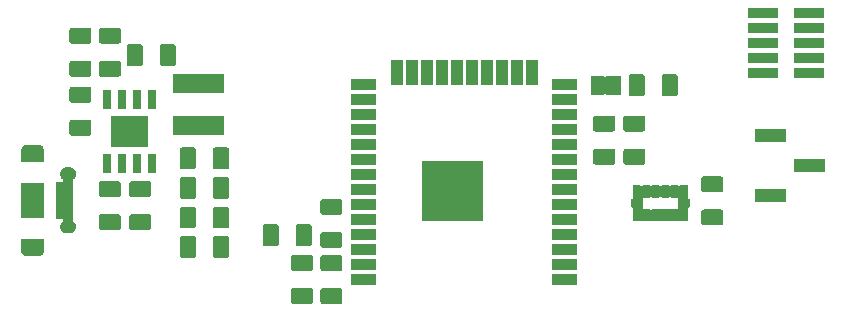
<source format=gbr>
G04 #@! TF.GenerationSoftware,KiCad,Pcbnew,5.1.6*
G04 #@! TF.CreationDate,2020-07-28T12:29:14+02:00*
G04 #@! TF.ProjectId,ESP32_lamp,45535033-325f-46c6-916d-702e6b696361,rev?*
G04 #@! TF.SameCoordinates,Original*
G04 #@! TF.FileFunction,Soldermask,Bot*
G04 #@! TF.FilePolarity,Negative*
%FSLAX46Y46*%
G04 Gerber Fmt 4.6, Leading zero omitted, Abs format (unit mm)*
G04 Created by KiCad (PCBNEW 5.1.6) date 2020-07-28 12:29:14*
%MOMM*%
%LPD*%
G01*
G04 APERTURE LIST*
%ADD10C,0.100000*%
G04 APERTURE END LIST*
D10*
G36*
X147518604Y-137978347D02*
G01*
X147555144Y-137989432D01*
X147588821Y-138007433D01*
X147618341Y-138031659D01*
X147642567Y-138061179D01*
X147660568Y-138094856D01*
X147671653Y-138131396D01*
X147676000Y-138175538D01*
X147676000Y-139124462D01*
X147671653Y-139168604D01*
X147660568Y-139205144D01*
X147642567Y-139238821D01*
X147618341Y-139268341D01*
X147588821Y-139292567D01*
X147555144Y-139310568D01*
X147518604Y-139321653D01*
X147474462Y-139326000D01*
X146025538Y-139326000D01*
X145981396Y-139321653D01*
X145944856Y-139310568D01*
X145911179Y-139292567D01*
X145881659Y-139268341D01*
X145857433Y-139238821D01*
X145839432Y-139205144D01*
X145828347Y-139168604D01*
X145824000Y-139124462D01*
X145824000Y-138175538D01*
X145828347Y-138131396D01*
X145839432Y-138094856D01*
X145857433Y-138061179D01*
X145881659Y-138031659D01*
X145911179Y-138007433D01*
X145944856Y-137989432D01*
X145981396Y-137978347D01*
X146025538Y-137974000D01*
X147474462Y-137974000D01*
X147518604Y-137978347D01*
G37*
G36*
X145018604Y-137978347D02*
G01*
X145055144Y-137989432D01*
X145088821Y-138007433D01*
X145118341Y-138031659D01*
X145142567Y-138061179D01*
X145160568Y-138094856D01*
X145171653Y-138131396D01*
X145176000Y-138175538D01*
X145176000Y-139124462D01*
X145171653Y-139168604D01*
X145160568Y-139205144D01*
X145142567Y-139238821D01*
X145118341Y-139268341D01*
X145088821Y-139292567D01*
X145055144Y-139310568D01*
X145018604Y-139321653D01*
X144974462Y-139326000D01*
X143525538Y-139326000D01*
X143481396Y-139321653D01*
X143444856Y-139310568D01*
X143411179Y-139292567D01*
X143381659Y-139268341D01*
X143357433Y-139238821D01*
X143339432Y-139205144D01*
X143328347Y-139168604D01*
X143324000Y-139124462D01*
X143324000Y-138175538D01*
X143328347Y-138131396D01*
X143339432Y-138094856D01*
X143357433Y-138061179D01*
X143381659Y-138031659D01*
X143411179Y-138007433D01*
X143444856Y-137989432D01*
X143481396Y-137978347D01*
X143525538Y-137974000D01*
X144974462Y-137974000D01*
X145018604Y-137978347D01*
G37*
G36*
X150551000Y-137756000D02*
G01*
X148449000Y-137756000D01*
X148449000Y-136754000D01*
X150551000Y-136754000D01*
X150551000Y-137756000D01*
G37*
G36*
X167551000Y-137756000D02*
G01*
X165449000Y-137756000D01*
X165449000Y-136754000D01*
X167551000Y-136754000D01*
X167551000Y-137756000D01*
G37*
G36*
X145018604Y-135178347D02*
G01*
X145055144Y-135189432D01*
X145088821Y-135207433D01*
X145118341Y-135231659D01*
X145142567Y-135261179D01*
X145160568Y-135294856D01*
X145171653Y-135331396D01*
X145176000Y-135375538D01*
X145176000Y-136324462D01*
X145171653Y-136368604D01*
X145160568Y-136405144D01*
X145142567Y-136438821D01*
X145118341Y-136468341D01*
X145088821Y-136492567D01*
X145055144Y-136510568D01*
X145018604Y-136521653D01*
X144974462Y-136526000D01*
X143525538Y-136526000D01*
X143481396Y-136521653D01*
X143444856Y-136510568D01*
X143411179Y-136492567D01*
X143381659Y-136468341D01*
X143357433Y-136438821D01*
X143339432Y-136405144D01*
X143328347Y-136368604D01*
X143324000Y-136324462D01*
X143324000Y-135375538D01*
X143328347Y-135331396D01*
X143339432Y-135294856D01*
X143357433Y-135261179D01*
X143381659Y-135231659D01*
X143411179Y-135207433D01*
X143444856Y-135189432D01*
X143481396Y-135178347D01*
X143525538Y-135174000D01*
X144974462Y-135174000D01*
X145018604Y-135178347D01*
G37*
G36*
X147518604Y-135178347D02*
G01*
X147555144Y-135189432D01*
X147588821Y-135207433D01*
X147618341Y-135231659D01*
X147642567Y-135261179D01*
X147660568Y-135294856D01*
X147671653Y-135331396D01*
X147676000Y-135375538D01*
X147676000Y-136324462D01*
X147671653Y-136368604D01*
X147660568Y-136405144D01*
X147642567Y-136438821D01*
X147618341Y-136468341D01*
X147588821Y-136492567D01*
X147555144Y-136510568D01*
X147518604Y-136521653D01*
X147474462Y-136526000D01*
X146025538Y-136526000D01*
X145981396Y-136521653D01*
X145944856Y-136510568D01*
X145911179Y-136492567D01*
X145881659Y-136468341D01*
X145857433Y-136438821D01*
X145839432Y-136405144D01*
X145828347Y-136368604D01*
X145824000Y-136324462D01*
X145824000Y-135375538D01*
X145828347Y-135331396D01*
X145839432Y-135294856D01*
X145857433Y-135261179D01*
X145881659Y-135231659D01*
X145911179Y-135207433D01*
X145944856Y-135189432D01*
X145981396Y-135178347D01*
X146025538Y-135174000D01*
X147474462Y-135174000D01*
X147518604Y-135178347D01*
G37*
G36*
X150551000Y-136486000D02*
G01*
X148449000Y-136486000D01*
X148449000Y-135484000D01*
X150551000Y-135484000D01*
X150551000Y-136486000D01*
G37*
G36*
X167551000Y-136486000D02*
G01*
X165449000Y-136486000D01*
X165449000Y-135484000D01*
X167551000Y-135484000D01*
X167551000Y-136486000D01*
G37*
G36*
X137918604Y-133578347D02*
G01*
X137955144Y-133589432D01*
X137988821Y-133607433D01*
X138018341Y-133631659D01*
X138042567Y-133661179D01*
X138060568Y-133694856D01*
X138071653Y-133731396D01*
X138076000Y-133775538D01*
X138076000Y-135224462D01*
X138071653Y-135268604D01*
X138060568Y-135305144D01*
X138042567Y-135338821D01*
X138018341Y-135368341D01*
X137988821Y-135392567D01*
X137955144Y-135410568D01*
X137918604Y-135421653D01*
X137874462Y-135426000D01*
X136925538Y-135426000D01*
X136881396Y-135421653D01*
X136844856Y-135410568D01*
X136811179Y-135392567D01*
X136781659Y-135368341D01*
X136757433Y-135338821D01*
X136739432Y-135305144D01*
X136728347Y-135268604D01*
X136724000Y-135224462D01*
X136724000Y-133775538D01*
X136728347Y-133731396D01*
X136739432Y-133694856D01*
X136757433Y-133661179D01*
X136781659Y-133631659D01*
X136811179Y-133607433D01*
X136844856Y-133589432D01*
X136881396Y-133578347D01*
X136925538Y-133574000D01*
X137874462Y-133574000D01*
X137918604Y-133578347D01*
G37*
G36*
X135118604Y-133578347D02*
G01*
X135155144Y-133589432D01*
X135188821Y-133607433D01*
X135218341Y-133631659D01*
X135242567Y-133661179D01*
X135260568Y-133694856D01*
X135271653Y-133731396D01*
X135276000Y-133775538D01*
X135276000Y-135224462D01*
X135271653Y-135268604D01*
X135260568Y-135305144D01*
X135242567Y-135338821D01*
X135218341Y-135368341D01*
X135188821Y-135392567D01*
X135155144Y-135410568D01*
X135118604Y-135421653D01*
X135074462Y-135426000D01*
X134125538Y-135426000D01*
X134081396Y-135421653D01*
X134044856Y-135410568D01*
X134011179Y-135392567D01*
X133981659Y-135368341D01*
X133957433Y-135338821D01*
X133939432Y-135305144D01*
X133928347Y-135268604D01*
X133924000Y-135224462D01*
X133924000Y-133775538D01*
X133928347Y-133731396D01*
X133939432Y-133694856D01*
X133957433Y-133661179D01*
X133981659Y-133631659D01*
X134011179Y-133607433D01*
X134044856Y-133589432D01*
X134081396Y-133578347D01*
X134125538Y-133574000D01*
X135074462Y-133574000D01*
X135118604Y-133578347D01*
G37*
G36*
X122451000Y-134691799D02*
G01*
X122451601Y-134704039D01*
X122453666Y-134725000D01*
X122451601Y-134745961D01*
X122451000Y-134758201D01*
X122451000Y-134829232D01*
X122449095Y-134831553D01*
X122433412Y-134864713D01*
X122411521Y-134936879D01*
X122393699Y-134970221D01*
X122360357Y-135032600D01*
X122291501Y-135116501D01*
X122207600Y-135185357D01*
X122143590Y-135219571D01*
X122111879Y-135236521D01*
X122008015Y-135268027D01*
X121927067Y-135276000D01*
X120972933Y-135276000D01*
X120891985Y-135268027D01*
X120788121Y-135236521D01*
X120756410Y-135219571D01*
X120692400Y-135185357D01*
X120608499Y-135116501D01*
X120539643Y-135032600D01*
X120506301Y-134970221D01*
X120488479Y-134936879D01*
X120466588Y-134864713D01*
X120457211Y-134842075D01*
X120449000Y-134829786D01*
X120449000Y-134758201D01*
X120448399Y-134745961D01*
X120446334Y-134725000D01*
X120448399Y-134704039D01*
X120449000Y-134691799D01*
X120449000Y-133799000D01*
X122451000Y-133799000D01*
X122451000Y-134691799D01*
G37*
G36*
X167551000Y-135216000D02*
G01*
X165449000Y-135216000D01*
X165449000Y-134214000D01*
X167551000Y-134214000D01*
X167551000Y-135216000D01*
G37*
G36*
X150551000Y-135216000D02*
G01*
X148449000Y-135216000D01*
X148449000Y-134214000D01*
X150551000Y-134214000D01*
X150551000Y-135216000D01*
G37*
G36*
X147518604Y-133228347D02*
G01*
X147555144Y-133239432D01*
X147588821Y-133257433D01*
X147618341Y-133281659D01*
X147642567Y-133311179D01*
X147660568Y-133344856D01*
X147671653Y-133381396D01*
X147676000Y-133425538D01*
X147676000Y-134374462D01*
X147671653Y-134418604D01*
X147660568Y-134455144D01*
X147642567Y-134488821D01*
X147618341Y-134518341D01*
X147588821Y-134542567D01*
X147555144Y-134560568D01*
X147518604Y-134571653D01*
X147474462Y-134576000D01*
X146025538Y-134576000D01*
X145981396Y-134571653D01*
X145944856Y-134560568D01*
X145911179Y-134542567D01*
X145881659Y-134518341D01*
X145857433Y-134488821D01*
X145839432Y-134455144D01*
X145828347Y-134418604D01*
X145824000Y-134374462D01*
X145824000Y-133425538D01*
X145828347Y-133381396D01*
X145839432Y-133344856D01*
X145857433Y-133311179D01*
X145881659Y-133281659D01*
X145911179Y-133257433D01*
X145944856Y-133239432D01*
X145981396Y-133228347D01*
X146025538Y-133224000D01*
X147474462Y-133224000D01*
X147518604Y-133228347D01*
G37*
G36*
X142118604Y-132578347D02*
G01*
X142155144Y-132589432D01*
X142188821Y-132607433D01*
X142218341Y-132631659D01*
X142242567Y-132661179D01*
X142260568Y-132694856D01*
X142271653Y-132731396D01*
X142276000Y-132775538D01*
X142276000Y-134224462D01*
X142271653Y-134268604D01*
X142260568Y-134305144D01*
X142242567Y-134338821D01*
X142218341Y-134368341D01*
X142188821Y-134392567D01*
X142155144Y-134410568D01*
X142118604Y-134421653D01*
X142074462Y-134426000D01*
X141125538Y-134426000D01*
X141081396Y-134421653D01*
X141044856Y-134410568D01*
X141011179Y-134392567D01*
X140981659Y-134368341D01*
X140957433Y-134338821D01*
X140939432Y-134305144D01*
X140928347Y-134268604D01*
X140924000Y-134224462D01*
X140924000Y-132775538D01*
X140928347Y-132731396D01*
X140939432Y-132694856D01*
X140957433Y-132661179D01*
X140981659Y-132631659D01*
X141011179Y-132607433D01*
X141044856Y-132589432D01*
X141081396Y-132578347D01*
X141125538Y-132574000D01*
X142074462Y-132574000D01*
X142118604Y-132578347D01*
G37*
G36*
X144918604Y-132578347D02*
G01*
X144955144Y-132589432D01*
X144988821Y-132607433D01*
X145018341Y-132631659D01*
X145042567Y-132661179D01*
X145060568Y-132694856D01*
X145071653Y-132731396D01*
X145076000Y-132775538D01*
X145076000Y-134224462D01*
X145071653Y-134268604D01*
X145060568Y-134305144D01*
X145042567Y-134338821D01*
X145018341Y-134368341D01*
X144988821Y-134392567D01*
X144955144Y-134410568D01*
X144918604Y-134421653D01*
X144874462Y-134426000D01*
X143925538Y-134426000D01*
X143881396Y-134421653D01*
X143844856Y-134410568D01*
X143811179Y-134392567D01*
X143781659Y-134368341D01*
X143757433Y-134338821D01*
X143739432Y-134305144D01*
X143728347Y-134268604D01*
X143724000Y-134224462D01*
X143724000Y-132775538D01*
X143728347Y-132731396D01*
X143739432Y-132694856D01*
X143757433Y-132661179D01*
X143781659Y-132631659D01*
X143811179Y-132607433D01*
X143844856Y-132589432D01*
X143881396Y-132578347D01*
X143925538Y-132574000D01*
X144874462Y-132574000D01*
X144918604Y-132578347D01*
G37*
G36*
X167551000Y-133946000D02*
G01*
X165449000Y-133946000D01*
X165449000Y-132944000D01*
X167551000Y-132944000D01*
X167551000Y-133946000D01*
G37*
G36*
X150551000Y-133946000D02*
G01*
X148449000Y-133946000D01*
X148449000Y-132944000D01*
X150551000Y-132944000D01*
X150551000Y-133946000D01*
G37*
G36*
X124662916Y-127757334D02*
G01*
X124771492Y-127790271D01*
X124771495Y-127790272D01*
X124799318Y-127805144D01*
X124871557Y-127843756D01*
X124959264Y-127915736D01*
X125031244Y-128003443D01*
X125065429Y-128067399D01*
X125084728Y-128103505D01*
X125084729Y-128103508D01*
X125117666Y-128212084D01*
X125128787Y-128325000D01*
X125117666Y-128437916D01*
X125085308Y-128544583D01*
X125084728Y-128546495D01*
X125078881Y-128557433D01*
X125031244Y-128646557D01*
X124959264Y-128734264D01*
X124896692Y-128785616D01*
X124879374Y-128802934D01*
X124865760Y-128823308D01*
X124856383Y-128845947D01*
X124851602Y-128869980D01*
X124851000Y-128882233D01*
X124851000Y-132217767D01*
X124853402Y-132242153D01*
X124860515Y-132265602D01*
X124872066Y-132287213D01*
X124887611Y-132306155D01*
X124896682Y-132314376D01*
X124959264Y-132365736D01*
X125031244Y-132453443D01*
X125060981Y-132509078D01*
X125084728Y-132553505D01*
X125084729Y-132553508D01*
X125117666Y-132662084D01*
X125128787Y-132775000D01*
X125117666Y-132887916D01*
X125097065Y-132955826D01*
X125084728Y-132996495D01*
X125073051Y-133018341D01*
X125031244Y-133096557D01*
X124959264Y-133184264D01*
X124871557Y-133256244D01*
X124824008Y-133281659D01*
X124771495Y-133309728D01*
X124771492Y-133309729D01*
X124662916Y-133342666D01*
X124578298Y-133351000D01*
X124321702Y-133351000D01*
X124237084Y-133342666D01*
X124128508Y-133309729D01*
X124128505Y-133309728D01*
X124075992Y-133281659D01*
X124028443Y-133256244D01*
X123940736Y-133184264D01*
X123868756Y-133096557D01*
X123826949Y-133018341D01*
X123815272Y-132996495D01*
X123802935Y-132955826D01*
X123782334Y-132887916D01*
X123771213Y-132775000D01*
X123782334Y-132662084D01*
X123815271Y-132553508D01*
X123815272Y-132553505D01*
X123839019Y-132509078D01*
X123868756Y-132453443D01*
X123940736Y-132365736D01*
X123993275Y-132322618D01*
X124010595Y-132305298D01*
X124024209Y-132284923D01*
X124033586Y-132262285D01*
X124038367Y-132238251D01*
X124038367Y-132213747D01*
X124033587Y-132189714D01*
X124024209Y-132167075D01*
X124010596Y-132146701D01*
X123993269Y-132129374D01*
X123972894Y-132115760D01*
X123950256Y-132106383D01*
X123926222Y-132101602D01*
X123913970Y-132101000D01*
X123399000Y-132101000D01*
X123399000Y-128999000D01*
X123913970Y-128999000D01*
X123938356Y-128996598D01*
X123961805Y-128989485D01*
X123983416Y-128977934D01*
X124002358Y-128962389D01*
X124017903Y-128943447D01*
X124029454Y-128921836D01*
X124036567Y-128898387D01*
X124038969Y-128874001D01*
X124036567Y-128849615D01*
X124029454Y-128826166D01*
X124017903Y-128804555D01*
X124002358Y-128785613D01*
X123993284Y-128777389D01*
X123940736Y-128734264D01*
X123868756Y-128646557D01*
X123821119Y-128557433D01*
X123815272Y-128546495D01*
X123814692Y-128544583D01*
X123782334Y-128437916D01*
X123771213Y-128325000D01*
X123782334Y-128212084D01*
X123815271Y-128103508D01*
X123815272Y-128103505D01*
X123834571Y-128067399D01*
X123868756Y-128003443D01*
X123940736Y-127915736D01*
X124028443Y-127843756D01*
X124100682Y-127805144D01*
X124128505Y-127790272D01*
X124128508Y-127790271D01*
X124237084Y-127757334D01*
X124321702Y-127749000D01*
X124578298Y-127749000D01*
X124662916Y-127757334D01*
G37*
G36*
X131318604Y-131728347D02*
G01*
X131355144Y-131739432D01*
X131388821Y-131757433D01*
X131418341Y-131781659D01*
X131442567Y-131811179D01*
X131460568Y-131844856D01*
X131471653Y-131881396D01*
X131476000Y-131925538D01*
X131476000Y-132874462D01*
X131471653Y-132918604D01*
X131460568Y-132955144D01*
X131442567Y-132988821D01*
X131418341Y-133018341D01*
X131388821Y-133042567D01*
X131355144Y-133060568D01*
X131318604Y-133071653D01*
X131274462Y-133076000D01*
X129825538Y-133076000D01*
X129781396Y-133071653D01*
X129744856Y-133060568D01*
X129711179Y-133042567D01*
X129681659Y-133018341D01*
X129657433Y-132988821D01*
X129639432Y-132955144D01*
X129628347Y-132918604D01*
X129624000Y-132874462D01*
X129624000Y-131925538D01*
X129628347Y-131881396D01*
X129639432Y-131844856D01*
X129657433Y-131811179D01*
X129681659Y-131781659D01*
X129711179Y-131757433D01*
X129744856Y-131739432D01*
X129781396Y-131728347D01*
X129825538Y-131724000D01*
X131274462Y-131724000D01*
X131318604Y-131728347D01*
G37*
G36*
X128768604Y-131728347D02*
G01*
X128805144Y-131739432D01*
X128838821Y-131757433D01*
X128868341Y-131781659D01*
X128892567Y-131811179D01*
X128910568Y-131844856D01*
X128921653Y-131881396D01*
X128926000Y-131925538D01*
X128926000Y-132874462D01*
X128921653Y-132918604D01*
X128910568Y-132955144D01*
X128892567Y-132988821D01*
X128868341Y-133018341D01*
X128838821Y-133042567D01*
X128805144Y-133060568D01*
X128768604Y-133071653D01*
X128724462Y-133076000D01*
X127275538Y-133076000D01*
X127231396Y-133071653D01*
X127194856Y-133060568D01*
X127161179Y-133042567D01*
X127131659Y-133018341D01*
X127107433Y-132988821D01*
X127089432Y-132955144D01*
X127078347Y-132918604D01*
X127074000Y-132874462D01*
X127074000Y-131925538D01*
X127078347Y-131881396D01*
X127089432Y-131844856D01*
X127107433Y-131811179D01*
X127131659Y-131781659D01*
X127161179Y-131757433D01*
X127194856Y-131739432D01*
X127231396Y-131728347D01*
X127275538Y-131724000D01*
X128724462Y-131724000D01*
X128768604Y-131728347D01*
G37*
G36*
X135118604Y-131078347D02*
G01*
X135155144Y-131089432D01*
X135188821Y-131107433D01*
X135218341Y-131131659D01*
X135242567Y-131161179D01*
X135260568Y-131194856D01*
X135271653Y-131231396D01*
X135276000Y-131275538D01*
X135276000Y-132724462D01*
X135271653Y-132768604D01*
X135260568Y-132805144D01*
X135242567Y-132838821D01*
X135218341Y-132868341D01*
X135188821Y-132892567D01*
X135155144Y-132910568D01*
X135118604Y-132921653D01*
X135074462Y-132926000D01*
X134125538Y-132926000D01*
X134081396Y-132921653D01*
X134044856Y-132910568D01*
X134011179Y-132892567D01*
X133981659Y-132868341D01*
X133957433Y-132838821D01*
X133939432Y-132805144D01*
X133928347Y-132768604D01*
X133924000Y-132724462D01*
X133924000Y-131275538D01*
X133928347Y-131231396D01*
X133939432Y-131194856D01*
X133957433Y-131161179D01*
X133981659Y-131131659D01*
X134011179Y-131107433D01*
X134044856Y-131089432D01*
X134081396Y-131078347D01*
X134125538Y-131074000D01*
X135074462Y-131074000D01*
X135118604Y-131078347D01*
G37*
G36*
X137918604Y-131078347D02*
G01*
X137955144Y-131089432D01*
X137988821Y-131107433D01*
X138018341Y-131131659D01*
X138042567Y-131161179D01*
X138060568Y-131194856D01*
X138071653Y-131231396D01*
X138076000Y-131275538D01*
X138076000Y-132724462D01*
X138071653Y-132768604D01*
X138060568Y-132805144D01*
X138042567Y-132838821D01*
X138018341Y-132868341D01*
X137988821Y-132892567D01*
X137955144Y-132910568D01*
X137918604Y-132921653D01*
X137874462Y-132926000D01*
X136925538Y-132926000D01*
X136881396Y-132921653D01*
X136844856Y-132910568D01*
X136811179Y-132892567D01*
X136781659Y-132868341D01*
X136757433Y-132838821D01*
X136739432Y-132805144D01*
X136728347Y-132768604D01*
X136724000Y-132724462D01*
X136724000Y-131275538D01*
X136728347Y-131231396D01*
X136739432Y-131194856D01*
X136757433Y-131161179D01*
X136781659Y-131131659D01*
X136811179Y-131107433D01*
X136844856Y-131089432D01*
X136881396Y-131078347D01*
X136925538Y-131074000D01*
X137874462Y-131074000D01*
X137918604Y-131078347D01*
G37*
G36*
X167551000Y-132676000D02*
G01*
X165449000Y-132676000D01*
X165449000Y-131674000D01*
X167551000Y-131674000D01*
X167551000Y-132676000D01*
G37*
G36*
X150551000Y-132676000D02*
G01*
X148449000Y-132676000D01*
X148449000Y-131674000D01*
X150551000Y-131674000D01*
X150551000Y-132676000D01*
G37*
G36*
X179768604Y-131328347D02*
G01*
X179805144Y-131339432D01*
X179838821Y-131357433D01*
X179868341Y-131381659D01*
X179892567Y-131411179D01*
X179910568Y-131444856D01*
X179921653Y-131481396D01*
X179926000Y-131525538D01*
X179926000Y-132474462D01*
X179921653Y-132518604D01*
X179910568Y-132555144D01*
X179892567Y-132588821D01*
X179868341Y-132618341D01*
X179838821Y-132642567D01*
X179805144Y-132660568D01*
X179768604Y-132671653D01*
X179724462Y-132676000D01*
X178275538Y-132676000D01*
X178231396Y-132671653D01*
X178194856Y-132660568D01*
X178161179Y-132642567D01*
X178131659Y-132618341D01*
X178107433Y-132588821D01*
X178089432Y-132555144D01*
X178078347Y-132518604D01*
X178074000Y-132474462D01*
X178074000Y-131525538D01*
X178078347Y-131481396D01*
X178089432Y-131444856D01*
X178107433Y-131411179D01*
X178131659Y-131381659D01*
X178161179Y-131357433D01*
X178194856Y-131339432D01*
X178231396Y-131328347D01*
X178275538Y-131324000D01*
X179724462Y-131324000D01*
X179768604Y-131328347D01*
G37*
G36*
X172859928Y-129276764D02*
G01*
X172881009Y-129283160D01*
X172900444Y-129293548D01*
X172920703Y-129310173D01*
X172941077Y-129323786D01*
X172963716Y-129333163D01*
X172987750Y-129337943D01*
X173012254Y-129337943D01*
X173036287Y-129333162D01*
X173058926Y-129323784D01*
X173079297Y-129310173D01*
X173099556Y-129293548D01*
X173118991Y-129283160D01*
X173140072Y-129276764D01*
X173168140Y-129274000D01*
X173631860Y-129274000D01*
X173659928Y-129276764D01*
X173681009Y-129283160D01*
X173700444Y-129293548D01*
X173720703Y-129310173D01*
X173741077Y-129323786D01*
X173763716Y-129333163D01*
X173787750Y-129337943D01*
X173812254Y-129337943D01*
X173836287Y-129333162D01*
X173858926Y-129323784D01*
X173879297Y-129310173D01*
X173899556Y-129293548D01*
X173918991Y-129283160D01*
X173940072Y-129276764D01*
X173968140Y-129274000D01*
X174431860Y-129274000D01*
X174459928Y-129276764D01*
X174481009Y-129283160D01*
X174500444Y-129293548D01*
X174520703Y-129310173D01*
X174541077Y-129323786D01*
X174563716Y-129333163D01*
X174587750Y-129337943D01*
X174612254Y-129337943D01*
X174636287Y-129333162D01*
X174658926Y-129323784D01*
X174679297Y-129310173D01*
X174699556Y-129293548D01*
X174718991Y-129283160D01*
X174740072Y-129276764D01*
X174768140Y-129274000D01*
X175231860Y-129274000D01*
X175259928Y-129276764D01*
X175281009Y-129283160D01*
X175300444Y-129293548D01*
X175320703Y-129310173D01*
X175341077Y-129323786D01*
X175363716Y-129333163D01*
X175387750Y-129337943D01*
X175412254Y-129337943D01*
X175436287Y-129333162D01*
X175458926Y-129323784D01*
X175479297Y-129310173D01*
X175499556Y-129293548D01*
X175518991Y-129283160D01*
X175540072Y-129276764D01*
X175568140Y-129274000D01*
X176031860Y-129274000D01*
X176059928Y-129276764D01*
X176081009Y-129283160D01*
X176100444Y-129293548D01*
X176120703Y-129310173D01*
X176141077Y-129323786D01*
X176163716Y-129333163D01*
X176187750Y-129337943D01*
X176212254Y-129337943D01*
X176236287Y-129333162D01*
X176258926Y-129323784D01*
X176279297Y-129310173D01*
X176299556Y-129293548D01*
X176318991Y-129283160D01*
X176340072Y-129276764D01*
X176368140Y-129274000D01*
X176831860Y-129274000D01*
X176859928Y-129276764D01*
X176881009Y-129283160D01*
X176900445Y-129293548D01*
X176917476Y-129307524D01*
X176931452Y-129324555D01*
X176941840Y-129343991D01*
X176948236Y-129365072D01*
X176951000Y-129393140D01*
X176951000Y-130206860D01*
X176948236Y-130234928D01*
X176941840Y-130256011D01*
X176935282Y-130268280D01*
X176925904Y-130290919D01*
X176921124Y-130314952D01*
X176921124Y-130339456D01*
X176925905Y-130363490D01*
X176935282Y-130386129D01*
X176948896Y-130406503D01*
X176966223Y-130423830D01*
X176986597Y-130437443D01*
X177009236Y-130446821D01*
X177033269Y-130451601D01*
X177034928Y-130451764D01*
X177056009Y-130458160D01*
X177075445Y-130468548D01*
X177092476Y-130482524D01*
X177106452Y-130499555D01*
X177116840Y-130518991D01*
X177123236Y-130540072D01*
X177126000Y-130568140D01*
X177126000Y-131031860D01*
X177123236Y-131059928D01*
X177116840Y-131081009D01*
X177106452Y-131100445D01*
X177092476Y-131117476D01*
X177075445Y-131131452D01*
X177056009Y-131141840D01*
X177034928Y-131148236D01*
X177033269Y-131148399D01*
X177009236Y-131153179D01*
X176986597Y-131162557D01*
X176966223Y-131176170D01*
X176948896Y-131193497D01*
X176935282Y-131213872D01*
X176925904Y-131236511D01*
X176921124Y-131260544D01*
X176921124Y-131285048D01*
X176925904Y-131309081D01*
X176935282Y-131331720D01*
X176941840Y-131343989D01*
X176948236Y-131365072D01*
X176951000Y-131393140D01*
X176951000Y-132206860D01*
X176948236Y-132234928D01*
X176941840Y-132256009D01*
X176931452Y-132275445D01*
X176917476Y-132292476D01*
X176900445Y-132306452D01*
X176881009Y-132316840D01*
X176859928Y-132323236D01*
X176831860Y-132326000D01*
X176368140Y-132326000D01*
X176340072Y-132323236D01*
X176318991Y-132316840D01*
X176299556Y-132306452D01*
X176279297Y-132289827D01*
X176258923Y-132276214D01*
X176236284Y-132266837D01*
X176212250Y-132262057D01*
X176187746Y-132262057D01*
X176163713Y-132266838D01*
X176141074Y-132276216D01*
X176120703Y-132289827D01*
X176100444Y-132306452D01*
X176081009Y-132316840D01*
X176059928Y-132323236D01*
X176031860Y-132326000D01*
X175568140Y-132326000D01*
X175540072Y-132323236D01*
X175518991Y-132316840D01*
X175499556Y-132306452D01*
X175479297Y-132289827D01*
X175458923Y-132276214D01*
X175436284Y-132266837D01*
X175412250Y-132262057D01*
X175387746Y-132262057D01*
X175363713Y-132266838D01*
X175341074Y-132276216D01*
X175320703Y-132289827D01*
X175300444Y-132306452D01*
X175281009Y-132316840D01*
X175259928Y-132323236D01*
X175231860Y-132326000D01*
X174768140Y-132326000D01*
X174740072Y-132323236D01*
X174718991Y-132316840D01*
X174699556Y-132306452D01*
X174679297Y-132289827D01*
X174658923Y-132276214D01*
X174636284Y-132266837D01*
X174612250Y-132262057D01*
X174587746Y-132262057D01*
X174563713Y-132266838D01*
X174541074Y-132276216D01*
X174520703Y-132289827D01*
X174500444Y-132306452D01*
X174481009Y-132316840D01*
X174459928Y-132323236D01*
X174431860Y-132326000D01*
X173968140Y-132326000D01*
X173940072Y-132323236D01*
X173918991Y-132316840D01*
X173899556Y-132306452D01*
X173879297Y-132289827D01*
X173858923Y-132276214D01*
X173836284Y-132266837D01*
X173812250Y-132262057D01*
X173787746Y-132262057D01*
X173763713Y-132266838D01*
X173741074Y-132276216D01*
X173720703Y-132289827D01*
X173700444Y-132306452D01*
X173681009Y-132316840D01*
X173659928Y-132323236D01*
X173631860Y-132326000D01*
X173168140Y-132326000D01*
X173140072Y-132323236D01*
X173118991Y-132316840D01*
X173099556Y-132306452D01*
X173079297Y-132289827D01*
X173058923Y-132276214D01*
X173036284Y-132266837D01*
X173012250Y-132262057D01*
X172987746Y-132262057D01*
X172963713Y-132266838D01*
X172941074Y-132276216D01*
X172920703Y-132289827D01*
X172900444Y-132306452D01*
X172881009Y-132316840D01*
X172859928Y-132323236D01*
X172831860Y-132326000D01*
X172368140Y-132326000D01*
X172340072Y-132323236D01*
X172318991Y-132316840D01*
X172299555Y-132306452D01*
X172282524Y-132292476D01*
X172268548Y-132275445D01*
X172258160Y-132256009D01*
X172251764Y-132234928D01*
X172249000Y-132206860D01*
X172249000Y-131393140D01*
X172251764Y-131365072D01*
X172258160Y-131343989D01*
X172264718Y-131331720D01*
X172274096Y-131309081D01*
X172278876Y-131285048D01*
X172278876Y-131260544D01*
X172274095Y-131236510D01*
X172264718Y-131213871D01*
X172251104Y-131193497D01*
X172233777Y-131176170D01*
X172213403Y-131162557D01*
X172190764Y-131153179D01*
X172166731Y-131148399D01*
X172165072Y-131148236D01*
X172143991Y-131141840D01*
X172124555Y-131131452D01*
X172107524Y-131117476D01*
X172093548Y-131100445D01*
X172083160Y-131081009D01*
X172076764Y-131059928D01*
X172074000Y-131031860D01*
X172074000Y-130568140D01*
X172076764Y-130540072D01*
X172083160Y-130518991D01*
X172093548Y-130499555D01*
X172107524Y-130482524D01*
X172124555Y-130468548D01*
X172143991Y-130458160D01*
X172165072Y-130451764D01*
X172166731Y-130451601D01*
X172169757Y-130450999D01*
X173097234Y-130450999D01*
X173099636Y-130475385D01*
X173111994Y-130509923D01*
X173116840Y-130518989D01*
X173123236Y-130540072D01*
X173126000Y-130568140D01*
X173126000Y-131031860D01*
X173123236Y-131059928D01*
X173116840Y-131081011D01*
X173111994Y-131090077D01*
X173102616Y-131112716D01*
X173097836Y-131136749D01*
X173097836Y-131161253D01*
X173102617Y-131185287D01*
X173111994Y-131207925D01*
X173125608Y-131228300D01*
X173142935Y-131245627D01*
X173163309Y-131259240D01*
X173185948Y-131268618D01*
X173222233Y-131274000D01*
X173631860Y-131274000D01*
X173659928Y-131276764D01*
X173681009Y-131283160D01*
X173700444Y-131293548D01*
X173720703Y-131310173D01*
X173741077Y-131323786D01*
X173763716Y-131333163D01*
X173787750Y-131337943D01*
X173812254Y-131337943D01*
X173836287Y-131333162D01*
X173858926Y-131323784D01*
X173879297Y-131310173D01*
X173899556Y-131293548D01*
X173918991Y-131283160D01*
X173940072Y-131276764D01*
X173968140Y-131274000D01*
X174431860Y-131274000D01*
X174459928Y-131276764D01*
X174481009Y-131283160D01*
X174500444Y-131293548D01*
X174520703Y-131310173D01*
X174541077Y-131323786D01*
X174563716Y-131333163D01*
X174587750Y-131337943D01*
X174612254Y-131337943D01*
X174636287Y-131333162D01*
X174658926Y-131323784D01*
X174679297Y-131310173D01*
X174699556Y-131293548D01*
X174718991Y-131283160D01*
X174740072Y-131276764D01*
X174768140Y-131274000D01*
X175231860Y-131274000D01*
X175259928Y-131276764D01*
X175281009Y-131283160D01*
X175300444Y-131293548D01*
X175320703Y-131310173D01*
X175341077Y-131323786D01*
X175363716Y-131333163D01*
X175387750Y-131337943D01*
X175412254Y-131337943D01*
X175436287Y-131333162D01*
X175458926Y-131323784D01*
X175479297Y-131310173D01*
X175499556Y-131293548D01*
X175518991Y-131283160D01*
X175540072Y-131276764D01*
X175568140Y-131274000D01*
X175977767Y-131274000D01*
X176002153Y-131271598D01*
X176025602Y-131264485D01*
X176047213Y-131252934D01*
X176066155Y-131237389D01*
X176081700Y-131218447D01*
X176093251Y-131196836D01*
X176100364Y-131173387D01*
X176102766Y-131149001D01*
X176100364Y-131124615D01*
X176088006Y-131090077D01*
X176083160Y-131081011D01*
X176076764Y-131059928D01*
X176074000Y-131031860D01*
X176074000Y-130568140D01*
X176076764Y-130540072D01*
X176083160Y-130518989D01*
X176088006Y-130509923D01*
X176097384Y-130487284D01*
X176102164Y-130463251D01*
X176102164Y-130438747D01*
X176097383Y-130414713D01*
X176088006Y-130392075D01*
X176074392Y-130371700D01*
X176057065Y-130354373D01*
X176036691Y-130340760D01*
X176014052Y-130331382D01*
X175977767Y-130326000D01*
X175568140Y-130326000D01*
X175540072Y-130323236D01*
X175518991Y-130316840D01*
X175499556Y-130306452D01*
X175479297Y-130289827D01*
X175458923Y-130276214D01*
X175436284Y-130266837D01*
X175412250Y-130262057D01*
X175387746Y-130262057D01*
X175363713Y-130266838D01*
X175341074Y-130276216D01*
X175320703Y-130289827D01*
X175300444Y-130306452D01*
X175281009Y-130316840D01*
X175259928Y-130323236D01*
X175231860Y-130326000D01*
X174768140Y-130326000D01*
X174740072Y-130323236D01*
X174718991Y-130316840D01*
X174699556Y-130306452D01*
X174679297Y-130289827D01*
X174658923Y-130276214D01*
X174636284Y-130266837D01*
X174612250Y-130262057D01*
X174587746Y-130262057D01*
X174563713Y-130266838D01*
X174541074Y-130276216D01*
X174520703Y-130289827D01*
X174500444Y-130306452D01*
X174481009Y-130316840D01*
X174459928Y-130323236D01*
X174431860Y-130326000D01*
X173968140Y-130326000D01*
X173940072Y-130323236D01*
X173918991Y-130316840D01*
X173899556Y-130306452D01*
X173879297Y-130289827D01*
X173858923Y-130276214D01*
X173836284Y-130266837D01*
X173812250Y-130262057D01*
X173787746Y-130262057D01*
X173763713Y-130266838D01*
X173741074Y-130276216D01*
X173720703Y-130289827D01*
X173700444Y-130306452D01*
X173681009Y-130316840D01*
X173659928Y-130323236D01*
X173631860Y-130326000D01*
X173222233Y-130326000D01*
X173197847Y-130328402D01*
X173174398Y-130335515D01*
X173152787Y-130347066D01*
X173133845Y-130362611D01*
X173118300Y-130381553D01*
X173106749Y-130403164D01*
X173099636Y-130426613D01*
X173097234Y-130450999D01*
X172169757Y-130450999D01*
X172190764Y-130446821D01*
X172213403Y-130437443D01*
X172233777Y-130423830D01*
X172251104Y-130406503D01*
X172264718Y-130386128D01*
X172274096Y-130363489D01*
X172278876Y-130339456D01*
X172278876Y-130314952D01*
X172274096Y-130290919D01*
X172264718Y-130268280D01*
X172258160Y-130256011D01*
X172251764Y-130234928D01*
X172249000Y-130206860D01*
X172249000Y-129393140D01*
X172251764Y-129365072D01*
X172258160Y-129343991D01*
X172268548Y-129324555D01*
X172282524Y-129307524D01*
X172299555Y-129293548D01*
X172318991Y-129283160D01*
X172340072Y-129276764D01*
X172368140Y-129274000D01*
X172831860Y-129274000D01*
X172859928Y-129276764D01*
G37*
G36*
X159551000Y-132306000D02*
G01*
X154449000Y-132306000D01*
X154449000Y-127204000D01*
X159551000Y-127204000D01*
X159551000Y-132306000D01*
G37*
G36*
X122451000Y-132051000D02*
G01*
X120449000Y-132051000D01*
X120449000Y-129049000D01*
X122451000Y-129049000D01*
X122451000Y-132051000D01*
G37*
G36*
X147518604Y-130428347D02*
G01*
X147555144Y-130439432D01*
X147588821Y-130457433D01*
X147618341Y-130481659D01*
X147642567Y-130511179D01*
X147660568Y-130544856D01*
X147671653Y-130581396D01*
X147676000Y-130625538D01*
X147676000Y-131574462D01*
X147671653Y-131618604D01*
X147660568Y-131655144D01*
X147642567Y-131688821D01*
X147618341Y-131718341D01*
X147588821Y-131742567D01*
X147555144Y-131760568D01*
X147518604Y-131771653D01*
X147474462Y-131776000D01*
X146025538Y-131776000D01*
X145981396Y-131771653D01*
X145944856Y-131760568D01*
X145911179Y-131742567D01*
X145881659Y-131718341D01*
X145857433Y-131688821D01*
X145839432Y-131655144D01*
X145828347Y-131618604D01*
X145824000Y-131574462D01*
X145824000Y-130625538D01*
X145828347Y-130581396D01*
X145839432Y-130544856D01*
X145857433Y-130511179D01*
X145881659Y-130481659D01*
X145911179Y-130457433D01*
X145944856Y-130439432D01*
X145981396Y-130428347D01*
X146025538Y-130424000D01*
X147474462Y-130424000D01*
X147518604Y-130428347D01*
G37*
G36*
X150551000Y-131406000D02*
G01*
X148449000Y-131406000D01*
X148449000Y-130404000D01*
X150551000Y-130404000D01*
X150551000Y-131406000D01*
G37*
G36*
X167551000Y-131406000D02*
G01*
X165449000Y-131406000D01*
X165449000Y-130404000D01*
X167551000Y-130404000D01*
X167551000Y-131406000D01*
G37*
G36*
X185251000Y-130691000D02*
G01*
X182639000Y-130691000D01*
X182639000Y-129589000D01*
X185251000Y-129589000D01*
X185251000Y-130691000D01*
G37*
G36*
X135118604Y-128578347D02*
G01*
X135155144Y-128589432D01*
X135188821Y-128607433D01*
X135218341Y-128631659D01*
X135242567Y-128661179D01*
X135260568Y-128694856D01*
X135271653Y-128731396D01*
X135276000Y-128775538D01*
X135276000Y-130224462D01*
X135271653Y-130268604D01*
X135260568Y-130305144D01*
X135242567Y-130338821D01*
X135218341Y-130368341D01*
X135188821Y-130392567D01*
X135155144Y-130410568D01*
X135118604Y-130421653D01*
X135074462Y-130426000D01*
X134125538Y-130426000D01*
X134081396Y-130421653D01*
X134044856Y-130410568D01*
X134011179Y-130392567D01*
X133981659Y-130368341D01*
X133957433Y-130338821D01*
X133939432Y-130305144D01*
X133928347Y-130268604D01*
X133924000Y-130224462D01*
X133924000Y-128775538D01*
X133928347Y-128731396D01*
X133939432Y-128694856D01*
X133957433Y-128661179D01*
X133981659Y-128631659D01*
X134011179Y-128607433D01*
X134044856Y-128589432D01*
X134081396Y-128578347D01*
X134125538Y-128574000D01*
X135074462Y-128574000D01*
X135118604Y-128578347D01*
G37*
G36*
X137918604Y-128578347D02*
G01*
X137955144Y-128589432D01*
X137988821Y-128607433D01*
X138018341Y-128631659D01*
X138042567Y-128661179D01*
X138060568Y-128694856D01*
X138071653Y-128731396D01*
X138076000Y-128775538D01*
X138076000Y-130224462D01*
X138071653Y-130268604D01*
X138060568Y-130305144D01*
X138042567Y-130338821D01*
X138018341Y-130368341D01*
X137988821Y-130392567D01*
X137955144Y-130410568D01*
X137918604Y-130421653D01*
X137874462Y-130426000D01*
X136925538Y-130426000D01*
X136881396Y-130421653D01*
X136844856Y-130410568D01*
X136811179Y-130392567D01*
X136781659Y-130368341D01*
X136757433Y-130338821D01*
X136739432Y-130305144D01*
X136728347Y-130268604D01*
X136724000Y-130224462D01*
X136724000Y-128775538D01*
X136728347Y-128731396D01*
X136739432Y-128694856D01*
X136757433Y-128661179D01*
X136781659Y-128631659D01*
X136811179Y-128607433D01*
X136844856Y-128589432D01*
X136881396Y-128578347D01*
X136925538Y-128574000D01*
X137874462Y-128574000D01*
X137918604Y-128578347D01*
G37*
G36*
X131318604Y-128928347D02*
G01*
X131355144Y-128939432D01*
X131388821Y-128957433D01*
X131418341Y-128981659D01*
X131442567Y-129011179D01*
X131460568Y-129044856D01*
X131471653Y-129081396D01*
X131476000Y-129125538D01*
X131476000Y-130074462D01*
X131471653Y-130118604D01*
X131460568Y-130155144D01*
X131442567Y-130188821D01*
X131418341Y-130218341D01*
X131388821Y-130242567D01*
X131355144Y-130260568D01*
X131318604Y-130271653D01*
X131274462Y-130276000D01*
X129825538Y-130276000D01*
X129781396Y-130271653D01*
X129744856Y-130260568D01*
X129711179Y-130242567D01*
X129681659Y-130218341D01*
X129657433Y-130188821D01*
X129639432Y-130155144D01*
X129628347Y-130118604D01*
X129624000Y-130074462D01*
X129624000Y-129125538D01*
X129628347Y-129081396D01*
X129639432Y-129044856D01*
X129657433Y-129011179D01*
X129681659Y-128981659D01*
X129711179Y-128957433D01*
X129744856Y-128939432D01*
X129781396Y-128928347D01*
X129825538Y-128924000D01*
X131274462Y-128924000D01*
X131318604Y-128928347D01*
G37*
G36*
X128768604Y-128928347D02*
G01*
X128805144Y-128939432D01*
X128838821Y-128957433D01*
X128868341Y-128981659D01*
X128892567Y-129011179D01*
X128910568Y-129044856D01*
X128921653Y-129081396D01*
X128926000Y-129125538D01*
X128926000Y-130074462D01*
X128921653Y-130118604D01*
X128910568Y-130155144D01*
X128892567Y-130188821D01*
X128868341Y-130218341D01*
X128838821Y-130242567D01*
X128805144Y-130260568D01*
X128768604Y-130271653D01*
X128724462Y-130276000D01*
X127275538Y-130276000D01*
X127231396Y-130271653D01*
X127194856Y-130260568D01*
X127161179Y-130242567D01*
X127131659Y-130218341D01*
X127107433Y-130188821D01*
X127089432Y-130155144D01*
X127078347Y-130118604D01*
X127074000Y-130074462D01*
X127074000Y-129125538D01*
X127078347Y-129081396D01*
X127089432Y-129044856D01*
X127107433Y-129011179D01*
X127131659Y-128981659D01*
X127161179Y-128957433D01*
X127194856Y-128939432D01*
X127231396Y-128928347D01*
X127275538Y-128924000D01*
X128724462Y-128924000D01*
X128768604Y-128928347D01*
G37*
G36*
X150551000Y-130136000D02*
G01*
X148449000Y-130136000D01*
X148449000Y-129134000D01*
X150551000Y-129134000D01*
X150551000Y-130136000D01*
G37*
G36*
X167551000Y-130136000D02*
G01*
X165449000Y-130136000D01*
X165449000Y-129134000D01*
X167551000Y-129134000D01*
X167551000Y-130136000D01*
G37*
G36*
X179768604Y-128528347D02*
G01*
X179805144Y-128539432D01*
X179838821Y-128557433D01*
X179868341Y-128581659D01*
X179892567Y-128611179D01*
X179910568Y-128644856D01*
X179921653Y-128681396D01*
X179926000Y-128725538D01*
X179926000Y-129674462D01*
X179921653Y-129718604D01*
X179910568Y-129755144D01*
X179892567Y-129788821D01*
X179868341Y-129818341D01*
X179838821Y-129842567D01*
X179805144Y-129860568D01*
X179768604Y-129871653D01*
X179724462Y-129876000D01*
X178275538Y-129876000D01*
X178231396Y-129871653D01*
X178194856Y-129860568D01*
X178161179Y-129842567D01*
X178131659Y-129818341D01*
X178107433Y-129788821D01*
X178089432Y-129755144D01*
X178078347Y-129718604D01*
X178074000Y-129674462D01*
X178074000Y-128725538D01*
X178078347Y-128681396D01*
X178089432Y-128644856D01*
X178107433Y-128611179D01*
X178131659Y-128581659D01*
X178161179Y-128557433D01*
X178194856Y-128539432D01*
X178231396Y-128528347D01*
X178275538Y-128524000D01*
X179724462Y-128524000D01*
X179768604Y-128528347D01*
G37*
G36*
X150551000Y-128866000D02*
G01*
X148449000Y-128866000D01*
X148449000Y-127864000D01*
X150551000Y-127864000D01*
X150551000Y-128866000D01*
G37*
G36*
X167551000Y-128866000D02*
G01*
X165449000Y-128866000D01*
X165449000Y-127864000D01*
X167551000Y-127864000D01*
X167551000Y-128866000D01*
G37*
G36*
X128076000Y-128246000D02*
G01*
X127374000Y-128246000D01*
X127374000Y-126594000D01*
X128076000Y-126594000D01*
X128076000Y-128246000D01*
G37*
G36*
X130616000Y-128246000D02*
G01*
X129914000Y-128246000D01*
X129914000Y-126594000D01*
X130616000Y-126594000D01*
X130616000Y-128246000D01*
G37*
G36*
X131886000Y-128246000D02*
G01*
X131184000Y-128246000D01*
X131184000Y-126594000D01*
X131886000Y-126594000D01*
X131886000Y-128246000D01*
G37*
G36*
X129346000Y-128246000D02*
G01*
X128644000Y-128246000D01*
X128644000Y-126594000D01*
X129346000Y-126594000D01*
X129346000Y-128246000D01*
G37*
G36*
X188561000Y-128151000D02*
G01*
X185949000Y-128151000D01*
X185949000Y-127049000D01*
X188561000Y-127049000D01*
X188561000Y-128151000D01*
G37*
G36*
X135118604Y-126078347D02*
G01*
X135155144Y-126089432D01*
X135188821Y-126107433D01*
X135218341Y-126131659D01*
X135242567Y-126161179D01*
X135260568Y-126194856D01*
X135271653Y-126231396D01*
X135276000Y-126275538D01*
X135276000Y-127724462D01*
X135271653Y-127768604D01*
X135260568Y-127805144D01*
X135242567Y-127838821D01*
X135218341Y-127868341D01*
X135188821Y-127892567D01*
X135155144Y-127910568D01*
X135118604Y-127921653D01*
X135074462Y-127926000D01*
X134125538Y-127926000D01*
X134081396Y-127921653D01*
X134044856Y-127910568D01*
X134011179Y-127892567D01*
X133981659Y-127868341D01*
X133957433Y-127838821D01*
X133939432Y-127805144D01*
X133928347Y-127768604D01*
X133924000Y-127724462D01*
X133924000Y-126275538D01*
X133928347Y-126231396D01*
X133939432Y-126194856D01*
X133957433Y-126161179D01*
X133981659Y-126131659D01*
X134011179Y-126107433D01*
X134044856Y-126089432D01*
X134081396Y-126078347D01*
X134125538Y-126074000D01*
X135074462Y-126074000D01*
X135118604Y-126078347D01*
G37*
G36*
X137918604Y-126078347D02*
G01*
X137955144Y-126089432D01*
X137988821Y-126107433D01*
X138018341Y-126131659D01*
X138042567Y-126161179D01*
X138060568Y-126194856D01*
X138071653Y-126231396D01*
X138076000Y-126275538D01*
X138076000Y-127724462D01*
X138071653Y-127768604D01*
X138060568Y-127805144D01*
X138042567Y-127838821D01*
X138018341Y-127868341D01*
X137988821Y-127892567D01*
X137955144Y-127910568D01*
X137918604Y-127921653D01*
X137874462Y-127926000D01*
X136925538Y-127926000D01*
X136881396Y-127921653D01*
X136844856Y-127910568D01*
X136811179Y-127892567D01*
X136781659Y-127868341D01*
X136757433Y-127838821D01*
X136739432Y-127805144D01*
X136728347Y-127768604D01*
X136724000Y-127724462D01*
X136724000Y-126275538D01*
X136728347Y-126231396D01*
X136739432Y-126194856D01*
X136757433Y-126161179D01*
X136781659Y-126131659D01*
X136811179Y-126107433D01*
X136844856Y-126089432D01*
X136881396Y-126078347D01*
X136925538Y-126074000D01*
X137874462Y-126074000D01*
X137918604Y-126078347D01*
G37*
G36*
X167551000Y-127596000D02*
G01*
X165449000Y-127596000D01*
X165449000Y-126594000D01*
X167551000Y-126594000D01*
X167551000Y-127596000D01*
G37*
G36*
X150551000Y-127596000D02*
G01*
X148449000Y-127596000D01*
X148449000Y-126594000D01*
X150551000Y-126594000D01*
X150551000Y-127596000D01*
G37*
G36*
X170618604Y-126178347D02*
G01*
X170655144Y-126189432D01*
X170688821Y-126207433D01*
X170718341Y-126231659D01*
X170742567Y-126261179D01*
X170760568Y-126294856D01*
X170771653Y-126331396D01*
X170776000Y-126375538D01*
X170776000Y-127324462D01*
X170771653Y-127368604D01*
X170760568Y-127405144D01*
X170742567Y-127438821D01*
X170718341Y-127468341D01*
X170688821Y-127492567D01*
X170655144Y-127510568D01*
X170618604Y-127521653D01*
X170574462Y-127526000D01*
X169125538Y-127526000D01*
X169081396Y-127521653D01*
X169044856Y-127510568D01*
X169011179Y-127492567D01*
X168981659Y-127468341D01*
X168957433Y-127438821D01*
X168939432Y-127405144D01*
X168928347Y-127368604D01*
X168924000Y-127324462D01*
X168924000Y-126375538D01*
X168928347Y-126331396D01*
X168939432Y-126294856D01*
X168957433Y-126261179D01*
X168981659Y-126231659D01*
X169011179Y-126207433D01*
X169044856Y-126189432D01*
X169081396Y-126178347D01*
X169125538Y-126174000D01*
X170574462Y-126174000D01*
X170618604Y-126178347D01*
G37*
G36*
X173168604Y-126178347D02*
G01*
X173205144Y-126189432D01*
X173238821Y-126207433D01*
X173268341Y-126231659D01*
X173292567Y-126261179D01*
X173310568Y-126294856D01*
X173321653Y-126331396D01*
X173326000Y-126375538D01*
X173326000Y-127324462D01*
X173321653Y-127368604D01*
X173310568Y-127405144D01*
X173292567Y-127438821D01*
X173268341Y-127468341D01*
X173238821Y-127492567D01*
X173205144Y-127510568D01*
X173168604Y-127521653D01*
X173124462Y-127526000D01*
X171675538Y-127526000D01*
X171631396Y-127521653D01*
X171594856Y-127510568D01*
X171561179Y-127492567D01*
X171531659Y-127468341D01*
X171507433Y-127438821D01*
X171489432Y-127405144D01*
X171478347Y-127368604D01*
X171474000Y-127324462D01*
X171474000Y-126375538D01*
X171478347Y-126331396D01*
X171489432Y-126294856D01*
X171507433Y-126261179D01*
X171531659Y-126231659D01*
X171561179Y-126207433D01*
X171594856Y-126189432D01*
X171631396Y-126178347D01*
X171675538Y-126174000D01*
X173124462Y-126174000D01*
X173168604Y-126178347D01*
G37*
G36*
X122008015Y-125831973D02*
G01*
X122111879Y-125863479D01*
X122139055Y-125878005D01*
X122207600Y-125914643D01*
X122291501Y-125983499D01*
X122360357Y-126067400D01*
X122372133Y-126089432D01*
X122411521Y-126163121D01*
X122416397Y-126179196D01*
X122433412Y-126235287D01*
X122442789Y-126257925D01*
X122451000Y-126270214D01*
X122451000Y-126341799D01*
X122451601Y-126354039D01*
X122453666Y-126375000D01*
X122451601Y-126395961D01*
X122451000Y-126408201D01*
X122451000Y-127301000D01*
X120449000Y-127301000D01*
X120449000Y-126408201D01*
X120448399Y-126395961D01*
X120446334Y-126375000D01*
X120448399Y-126354039D01*
X120449000Y-126341799D01*
X120449000Y-126270768D01*
X120450905Y-126268447D01*
X120466588Y-126235287D01*
X120483603Y-126179196D01*
X120488479Y-126163121D01*
X120527867Y-126089432D01*
X120539643Y-126067400D01*
X120608499Y-125983499D01*
X120692400Y-125914643D01*
X120760945Y-125878005D01*
X120788121Y-125863479D01*
X120891985Y-125831973D01*
X120972933Y-125824000D01*
X121927067Y-125824000D01*
X122008015Y-125831973D01*
G37*
G36*
X150551000Y-126326000D02*
G01*
X148449000Y-126326000D01*
X148449000Y-125324000D01*
X150551000Y-125324000D01*
X150551000Y-126326000D01*
G37*
G36*
X167551000Y-126326000D02*
G01*
X165449000Y-126326000D01*
X165449000Y-125324000D01*
X167551000Y-125324000D01*
X167551000Y-126326000D01*
G37*
G36*
X131180000Y-126020000D02*
G01*
X128080000Y-126020000D01*
X128080000Y-123420000D01*
X131180000Y-123420000D01*
X131180000Y-126020000D01*
G37*
G36*
X185251000Y-125611000D02*
G01*
X182639000Y-125611000D01*
X182639000Y-124509000D01*
X185251000Y-124509000D01*
X185251000Y-125611000D01*
G37*
G36*
X126268604Y-123728347D02*
G01*
X126305144Y-123739432D01*
X126338821Y-123757433D01*
X126368341Y-123781659D01*
X126392567Y-123811179D01*
X126410568Y-123844856D01*
X126421653Y-123881396D01*
X126426000Y-123925538D01*
X126426000Y-124874462D01*
X126421653Y-124918604D01*
X126410568Y-124955144D01*
X126392567Y-124988821D01*
X126368341Y-125018341D01*
X126338821Y-125042567D01*
X126305144Y-125060568D01*
X126268604Y-125071653D01*
X126224462Y-125076000D01*
X124775538Y-125076000D01*
X124731396Y-125071653D01*
X124694856Y-125060568D01*
X124661179Y-125042567D01*
X124631659Y-125018341D01*
X124607433Y-124988821D01*
X124589432Y-124955144D01*
X124578347Y-124918604D01*
X124574000Y-124874462D01*
X124574000Y-123925538D01*
X124578347Y-123881396D01*
X124589432Y-123844856D01*
X124607433Y-123811179D01*
X124631659Y-123781659D01*
X124661179Y-123757433D01*
X124694856Y-123739432D01*
X124731396Y-123728347D01*
X124775538Y-123724000D01*
X126224462Y-123724000D01*
X126268604Y-123728347D01*
G37*
G36*
X167551000Y-125056000D02*
G01*
X165449000Y-125056000D01*
X165449000Y-124054000D01*
X167551000Y-124054000D01*
X167551000Y-125056000D01*
G37*
G36*
X150551000Y-125056000D02*
G01*
X148449000Y-125056000D01*
X148449000Y-124054000D01*
X150551000Y-124054000D01*
X150551000Y-125056000D01*
G37*
G36*
X137681000Y-125021000D02*
G01*
X133379000Y-125021000D01*
X133379000Y-123419000D01*
X137681000Y-123419000D01*
X137681000Y-125021000D01*
G37*
G36*
X170618604Y-123378347D02*
G01*
X170655144Y-123389432D01*
X170688821Y-123407433D01*
X170718341Y-123431659D01*
X170742567Y-123461179D01*
X170760568Y-123494856D01*
X170771653Y-123531396D01*
X170776000Y-123575538D01*
X170776000Y-124524462D01*
X170771653Y-124568604D01*
X170760568Y-124605144D01*
X170742567Y-124638821D01*
X170718341Y-124668341D01*
X170688821Y-124692567D01*
X170655144Y-124710568D01*
X170618604Y-124721653D01*
X170574462Y-124726000D01*
X169125538Y-124726000D01*
X169081396Y-124721653D01*
X169044856Y-124710568D01*
X169011179Y-124692567D01*
X168981659Y-124668341D01*
X168957433Y-124638821D01*
X168939432Y-124605144D01*
X168928347Y-124568604D01*
X168924000Y-124524462D01*
X168924000Y-123575538D01*
X168928347Y-123531396D01*
X168939432Y-123494856D01*
X168957433Y-123461179D01*
X168981659Y-123431659D01*
X169011179Y-123407433D01*
X169044856Y-123389432D01*
X169081396Y-123378347D01*
X169125538Y-123374000D01*
X170574462Y-123374000D01*
X170618604Y-123378347D01*
G37*
G36*
X173168604Y-123378347D02*
G01*
X173205144Y-123389432D01*
X173238821Y-123407433D01*
X173268341Y-123431659D01*
X173292567Y-123461179D01*
X173310568Y-123494856D01*
X173321653Y-123531396D01*
X173326000Y-123575538D01*
X173326000Y-124524462D01*
X173321653Y-124568604D01*
X173310568Y-124605144D01*
X173292567Y-124638821D01*
X173268341Y-124668341D01*
X173238821Y-124692567D01*
X173205144Y-124710568D01*
X173168604Y-124721653D01*
X173124462Y-124726000D01*
X171675538Y-124726000D01*
X171631396Y-124721653D01*
X171594856Y-124710568D01*
X171561179Y-124692567D01*
X171531659Y-124668341D01*
X171507433Y-124638821D01*
X171489432Y-124605144D01*
X171478347Y-124568604D01*
X171474000Y-124524462D01*
X171474000Y-123575538D01*
X171478347Y-123531396D01*
X171489432Y-123494856D01*
X171507433Y-123461179D01*
X171531659Y-123431659D01*
X171561179Y-123407433D01*
X171594856Y-123389432D01*
X171631396Y-123378347D01*
X171675538Y-123374000D01*
X173124462Y-123374000D01*
X173168604Y-123378347D01*
G37*
G36*
X167551000Y-123786000D02*
G01*
X165449000Y-123786000D01*
X165449000Y-122784000D01*
X167551000Y-122784000D01*
X167551000Y-123786000D01*
G37*
G36*
X150551000Y-123786000D02*
G01*
X148449000Y-123786000D01*
X148449000Y-122784000D01*
X150551000Y-122784000D01*
X150551000Y-123786000D01*
G37*
G36*
X130616000Y-122846000D02*
G01*
X129914000Y-122846000D01*
X129914000Y-121194000D01*
X130616000Y-121194000D01*
X130616000Y-122846000D01*
G37*
G36*
X129346000Y-122846000D02*
G01*
X128644000Y-122846000D01*
X128644000Y-121194000D01*
X129346000Y-121194000D01*
X129346000Y-122846000D01*
G37*
G36*
X128076000Y-122846000D02*
G01*
X127374000Y-122846000D01*
X127374000Y-121194000D01*
X128076000Y-121194000D01*
X128076000Y-122846000D01*
G37*
G36*
X131886000Y-122846000D02*
G01*
X131184000Y-122846000D01*
X131184000Y-121194000D01*
X131886000Y-121194000D01*
X131886000Y-122846000D01*
G37*
G36*
X150551000Y-122516000D02*
G01*
X148449000Y-122516000D01*
X148449000Y-121514000D01*
X150551000Y-121514000D01*
X150551000Y-122516000D01*
G37*
G36*
X167551000Y-122516000D02*
G01*
X165449000Y-122516000D01*
X165449000Y-121514000D01*
X167551000Y-121514000D01*
X167551000Y-122516000D01*
G37*
G36*
X126268604Y-120928347D02*
G01*
X126305144Y-120939432D01*
X126338821Y-120957433D01*
X126368341Y-120981659D01*
X126392567Y-121011179D01*
X126410568Y-121044856D01*
X126421653Y-121081396D01*
X126426000Y-121125538D01*
X126426000Y-122074462D01*
X126421653Y-122118604D01*
X126410568Y-122155144D01*
X126392567Y-122188821D01*
X126368341Y-122218341D01*
X126338821Y-122242567D01*
X126305144Y-122260568D01*
X126268604Y-122271653D01*
X126224462Y-122276000D01*
X124775538Y-122276000D01*
X124731396Y-122271653D01*
X124694856Y-122260568D01*
X124661179Y-122242567D01*
X124631659Y-122218341D01*
X124607433Y-122188821D01*
X124589432Y-122155144D01*
X124578347Y-122118604D01*
X124574000Y-122074462D01*
X124574000Y-121125538D01*
X124578347Y-121081396D01*
X124589432Y-121044856D01*
X124607433Y-121011179D01*
X124631659Y-120981659D01*
X124661179Y-120957433D01*
X124694856Y-120939432D01*
X124731396Y-120928347D01*
X124775538Y-120924000D01*
X126224462Y-120924000D01*
X126268604Y-120928347D01*
G37*
G36*
X173118604Y-119878347D02*
G01*
X173155144Y-119889432D01*
X173188821Y-119907433D01*
X173218341Y-119931659D01*
X173242567Y-119961179D01*
X173260568Y-119994856D01*
X173271653Y-120031396D01*
X173276000Y-120075538D01*
X173276000Y-121524462D01*
X173271653Y-121568604D01*
X173260568Y-121605144D01*
X173242567Y-121638821D01*
X173218341Y-121668341D01*
X173188821Y-121692567D01*
X173155144Y-121710568D01*
X173118604Y-121721653D01*
X173074462Y-121726000D01*
X172125538Y-121726000D01*
X172081396Y-121721653D01*
X172044856Y-121710568D01*
X172011179Y-121692567D01*
X171981659Y-121668341D01*
X171957433Y-121638821D01*
X171939432Y-121605144D01*
X171928347Y-121568604D01*
X171924000Y-121524462D01*
X171924000Y-120075538D01*
X171928347Y-120031396D01*
X171939432Y-119994856D01*
X171957433Y-119961179D01*
X171981659Y-119931659D01*
X172011179Y-119907433D01*
X172044856Y-119889432D01*
X172081396Y-119878347D01*
X172125538Y-119874000D01*
X173074462Y-119874000D01*
X173118604Y-119878347D01*
G37*
G36*
X175918604Y-119878347D02*
G01*
X175955144Y-119889432D01*
X175988821Y-119907433D01*
X176018341Y-119931659D01*
X176042567Y-119961179D01*
X176060568Y-119994856D01*
X176071653Y-120031396D01*
X176076000Y-120075538D01*
X176076000Y-121524462D01*
X176071653Y-121568604D01*
X176060568Y-121605144D01*
X176042567Y-121638821D01*
X176018341Y-121668341D01*
X175988821Y-121692567D01*
X175955144Y-121710568D01*
X175918604Y-121721653D01*
X175874462Y-121726000D01*
X174925538Y-121726000D01*
X174881396Y-121721653D01*
X174844856Y-121710568D01*
X174811179Y-121692567D01*
X174781659Y-121668341D01*
X174757433Y-121638821D01*
X174739432Y-121605144D01*
X174728347Y-121568604D01*
X174724000Y-121524462D01*
X174724000Y-120075538D01*
X174728347Y-120031396D01*
X174739432Y-119994856D01*
X174757433Y-119961179D01*
X174781659Y-119931659D01*
X174811179Y-119907433D01*
X174844856Y-119889432D01*
X174881396Y-119878347D01*
X174925538Y-119874000D01*
X175874462Y-119874000D01*
X175918604Y-119878347D01*
G37*
G36*
X169784999Y-119999737D02*
G01*
X169794608Y-120002652D01*
X169803472Y-120007390D01*
X169811212Y-120013742D01*
X169811213Y-120013743D01*
X169811237Y-120013763D01*
X169817640Y-120021573D01*
X169817677Y-120021628D01*
X169825480Y-120031147D01*
X169825511Y-120031122D01*
X169836853Y-120044972D01*
X169855779Y-120060537D01*
X169877377Y-120072111D01*
X169900819Y-120079249D01*
X169925202Y-120081676D01*
X169949591Y-120079300D01*
X169973047Y-120072211D01*
X169994670Y-120060682D01*
X170013628Y-120045157D01*
X170029193Y-120026231D01*
X170031029Y-120023175D01*
X170032418Y-120021486D01*
X170032419Y-120021484D01*
X170038801Y-120013725D01*
X170046573Y-120007360D01*
X170046575Y-120007358D01*
X170055399Y-120002654D01*
X170055438Y-120002633D01*
X170065055Y-119999727D01*
X170065085Y-119999718D01*
X170081113Y-119998148D01*
X171218860Y-119998148D01*
X171234999Y-119999737D01*
X171244608Y-120002652D01*
X171253472Y-120007390D01*
X171261237Y-120013763D01*
X171267610Y-120021528D01*
X171272348Y-120030392D01*
X171275263Y-120040001D01*
X171276852Y-120056140D01*
X171276852Y-121543860D01*
X171275263Y-121559999D01*
X171272348Y-121569608D01*
X171267610Y-121578472D01*
X171261237Y-121586237D01*
X171253472Y-121592610D01*
X171244608Y-121597348D01*
X171234999Y-121600263D01*
X171218860Y-121601852D01*
X170081140Y-121601852D01*
X170065001Y-121600263D01*
X170055392Y-121597348D01*
X170046528Y-121592610D01*
X170038763Y-121586237D01*
X170028116Y-121573263D01*
X170021947Y-121564032D01*
X170004619Y-121546706D01*
X169984244Y-121533093D01*
X169961605Y-121523717D01*
X169937572Y-121518937D01*
X169913068Y-121518938D01*
X169889035Y-121523720D01*
X169866396Y-121533098D01*
X169846022Y-121546713D01*
X169828696Y-121564041D01*
X169821825Y-121573317D01*
X169817640Y-121578427D01*
X169811275Y-121586199D01*
X169803516Y-121592581D01*
X169794661Y-121597326D01*
X169791623Y-121598251D01*
X169785085Y-121600242D01*
X169785082Y-121600242D01*
X169785050Y-121600252D01*
X169775000Y-121601247D01*
X169774935Y-121601247D01*
X169768825Y-121601852D01*
X168781140Y-121601852D01*
X168765001Y-121600263D01*
X168755392Y-121597348D01*
X168746528Y-121592610D01*
X168738763Y-121586237D01*
X168732390Y-121578472D01*
X168727652Y-121569608D01*
X168724737Y-121559999D01*
X168723148Y-121543860D01*
X168723148Y-120056140D01*
X168724737Y-120040001D01*
X168727652Y-120030392D01*
X168732390Y-120021528D01*
X168738763Y-120013763D01*
X168746528Y-120007390D01*
X168755392Y-120002652D01*
X168765001Y-119999737D01*
X168781140Y-119998148D01*
X169768860Y-119998148D01*
X169784999Y-119999737D01*
G37*
G36*
X137681000Y-121421000D02*
G01*
X133379000Y-121421000D01*
X133379000Y-119819000D01*
X137681000Y-119819000D01*
X137681000Y-121421000D01*
G37*
G36*
X150551000Y-121246000D02*
G01*
X148449000Y-121246000D01*
X148449000Y-120244000D01*
X150551000Y-120244000D01*
X150551000Y-121246000D01*
G37*
G36*
X167551000Y-121246000D02*
G01*
X165449000Y-121246000D01*
X165449000Y-120244000D01*
X167551000Y-120244000D01*
X167551000Y-121246000D01*
G37*
G36*
X155326000Y-120796000D02*
G01*
X154324000Y-120796000D01*
X154324000Y-118694000D01*
X155326000Y-118694000D01*
X155326000Y-120796000D01*
G37*
G36*
X152786000Y-120796000D02*
G01*
X151784000Y-120796000D01*
X151784000Y-118694000D01*
X152786000Y-118694000D01*
X152786000Y-120796000D01*
G37*
G36*
X154056000Y-120796000D02*
G01*
X153054000Y-120796000D01*
X153054000Y-118694000D01*
X154056000Y-118694000D01*
X154056000Y-120796000D01*
G37*
G36*
X156596000Y-120796000D02*
G01*
X155594000Y-120796000D01*
X155594000Y-118694000D01*
X156596000Y-118694000D01*
X156596000Y-120796000D01*
G37*
G36*
X157866000Y-120796000D02*
G01*
X156864000Y-120796000D01*
X156864000Y-118694000D01*
X157866000Y-118694000D01*
X157866000Y-120796000D01*
G37*
G36*
X159136000Y-120796000D02*
G01*
X158134000Y-120796000D01*
X158134000Y-118694000D01*
X159136000Y-118694000D01*
X159136000Y-120796000D01*
G37*
G36*
X160406000Y-120796000D02*
G01*
X159404000Y-120796000D01*
X159404000Y-118694000D01*
X160406000Y-118694000D01*
X160406000Y-120796000D01*
G37*
G36*
X161676000Y-120796000D02*
G01*
X160674000Y-120796000D01*
X160674000Y-118694000D01*
X161676000Y-118694000D01*
X161676000Y-120796000D01*
G37*
G36*
X162946000Y-120796000D02*
G01*
X161944000Y-120796000D01*
X161944000Y-118694000D01*
X162946000Y-118694000D01*
X162946000Y-120796000D01*
G37*
G36*
X164216000Y-120796000D02*
G01*
X163214000Y-120796000D01*
X163214000Y-118694000D01*
X164216000Y-118694000D01*
X164216000Y-120796000D01*
G37*
G36*
X184551000Y-120211000D02*
G01*
X182049000Y-120211000D01*
X182049000Y-119369000D01*
X184551000Y-119369000D01*
X184551000Y-120211000D01*
G37*
G36*
X188451000Y-120211000D02*
G01*
X185949000Y-120211000D01*
X185949000Y-119369000D01*
X188451000Y-119369000D01*
X188451000Y-120211000D01*
G37*
G36*
X128768604Y-118728347D02*
G01*
X128805144Y-118739432D01*
X128838821Y-118757433D01*
X128868341Y-118781659D01*
X128892567Y-118811179D01*
X128910568Y-118844856D01*
X128921653Y-118881396D01*
X128926000Y-118925538D01*
X128926000Y-119874462D01*
X128921653Y-119918604D01*
X128910568Y-119955144D01*
X128892567Y-119988821D01*
X128868341Y-120018341D01*
X128838821Y-120042567D01*
X128805144Y-120060568D01*
X128768604Y-120071653D01*
X128724462Y-120076000D01*
X127275538Y-120076000D01*
X127231396Y-120071653D01*
X127194856Y-120060568D01*
X127161179Y-120042567D01*
X127131659Y-120018341D01*
X127107433Y-119988821D01*
X127089432Y-119955144D01*
X127078347Y-119918604D01*
X127074000Y-119874462D01*
X127074000Y-118925538D01*
X127078347Y-118881396D01*
X127089432Y-118844856D01*
X127107433Y-118811179D01*
X127131659Y-118781659D01*
X127161179Y-118757433D01*
X127194856Y-118739432D01*
X127231396Y-118728347D01*
X127275538Y-118724000D01*
X128724462Y-118724000D01*
X128768604Y-118728347D01*
G37*
G36*
X126268604Y-118728347D02*
G01*
X126305144Y-118739432D01*
X126338821Y-118757433D01*
X126368341Y-118781659D01*
X126392567Y-118811179D01*
X126410568Y-118844856D01*
X126421653Y-118881396D01*
X126426000Y-118925538D01*
X126426000Y-119874462D01*
X126421653Y-119918604D01*
X126410568Y-119955144D01*
X126392567Y-119988821D01*
X126368341Y-120018341D01*
X126338821Y-120042567D01*
X126305144Y-120060568D01*
X126268604Y-120071653D01*
X126224462Y-120076000D01*
X124775538Y-120076000D01*
X124731396Y-120071653D01*
X124694856Y-120060568D01*
X124661179Y-120042567D01*
X124631659Y-120018341D01*
X124607433Y-119988821D01*
X124589432Y-119955144D01*
X124578347Y-119918604D01*
X124574000Y-119874462D01*
X124574000Y-118925538D01*
X124578347Y-118881396D01*
X124589432Y-118844856D01*
X124607433Y-118811179D01*
X124631659Y-118781659D01*
X124661179Y-118757433D01*
X124694856Y-118739432D01*
X124731396Y-118728347D01*
X124775538Y-118724000D01*
X126224462Y-118724000D01*
X126268604Y-118728347D01*
G37*
G36*
X133418604Y-117328347D02*
G01*
X133455144Y-117339432D01*
X133488821Y-117357433D01*
X133518341Y-117381659D01*
X133542567Y-117411179D01*
X133560568Y-117444856D01*
X133571653Y-117481396D01*
X133576000Y-117525538D01*
X133576000Y-118974462D01*
X133571653Y-119018604D01*
X133560568Y-119055144D01*
X133542567Y-119088821D01*
X133518341Y-119118341D01*
X133488821Y-119142567D01*
X133455144Y-119160568D01*
X133418604Y-119171653D01*
X133374462Y-119176000D01*
X132425538Y-119176000D01*
X132381396Y-119171653D01*
X132344856Y-119160568D01*
X132311179Y-119142567D01*
X132281659Y-119118341D01*
X132257433Y-119088821D01*
X132239432Y-119055144D01*
X132228347Y-119018604D01*
X132224000Y-118974462D01*
X132224000Y-117525538D01*
X132228347Y-117481396D01*
X132239432Y-117444856D01*
X132257433Y-117411179D01*
X132281659Y-117381659D01*
X132311179Y-117357433D01*
X132344856Y-117339432D01*
X132381396Y-117328347D01*
X132425538Y-117324000D01*
X133374462Y-117324000D01*
X133418604Y-117328347D01*
G37*
G36*
X130618604Y-117328347D02*
G01*
X130655144Y-117339432D01*
X130688821Y-117357433D01*
X130718341Y-117381659D01*
X130742567Y-117411179D01*
X130760568Y-117444856D01*
X130771653Y-117481396D01*
X130776000Y-117525538D01*
X130776000Y-118974462D01*
X130771653Y-119018604D01*
X130760568Y-119055144D01*
X130742567Y-119088821D01*
X130718341Y-119118341D01*
X130688821Y-119142567D01*
X130655144Y-119160568D01*
X130618604Y-119171653D01*
X130574462Y-119176000D01*
X129625538Y-119176000D01*
X129581396Y-119171653D01*
X129544856Y-119160568D01*
X129511179Y-119142567D01*
X129481659Y-119118341D01*
X129457433Y-119088821D01*
X129439432Y-119055144D01*
X129428347Y-119018604D01*
X129424000Y-118974462D01*
X129424000Y-117525538D01*
X129428347Y-117481396D01*
X129439432Y-117444856D01*
X129457433Y-117411179D01*
X129481659Y-117381659D01*
X129511179Y-117357433D01*
X129544856Y-117339432D01*
X129581396Y-117328347D01*
X129625538Y-117324000D01*
X130574462Y-117324000D01*
X130618604Y-117328347D01*
G37*
G36*
X184551000Y-118941000D02*
G01*
X182049000Y-118941000D01*
X182049000Y-118099000D01*
X184551000Y-118099000D01*
X184551000Y-118941000D01*
G37*
G36*
X188451000Y-118941000D02*
G01*
X185949000Y-118941000D01*
X185949000Y-118099000D01*
X188451000Y-118099000D01*
X188451000Y-118941000D01*
G37*
G36*
X188451000Y-117671000D02*
G01*
X185949000Y-117671000D01*
X185949000Y-116829000D01*
X188451000Y-116829000D01*
X188451000Y-117671000D01*
G37*
G36*
X184551000Y-117671000D02*
G01*
X182049000Y-117671000D01*
X182049000Y-116829000D01*
X184551000Y-116829000D01*
X184551000Y-117671000D01*
G37*
G36*
X126268604Y-115928347D02*
G01*
X126305144Y-115939432D01*
X126338821Y-115957433D01*
X126368341Y-115981659D01*
X126392567Y-116011179D01*
X126410568Y-116044856D01*
X126421653Y-116081396D01*
X126426000Y-116125538D01*
X126426000Y-117074462D01*
X126421653Y-117118604D01*
X126410568Y-117155144D01*
X126392567Y-117188821D01*
X126368341Y-117218341D01*
X126338821Y-117242567D01*
X126305144Y-117260568D01*
X126268604Y-117271653D01*
X126224462Y-117276000D01*
X124775538Y-117276000D01*
X124731396Y-117271653D01*
X124694856Y-117260568D01*
X124661179Y-117242567D01*
X124631659Y-117218341D01*
X124607433Y-117188821D01*
X124589432Y-117155144D01*
X124578347Y-117118604D01*
X124574000Y-117074462D01*
X124574000Y-116125538D01*
X124578347Y-116081396D01*
X124589432Y-116044856D01*
X124607433Y-116011179D01*
X124631659Y-115981659D01*
X124661179Y-115957433D01*
X124694856Y-115939432D01*
X124731396Y-115928347D01*
X124775538Y-115924000D01*
X126224462Y-115924000D01*
X126268604Y-115928347D01*
G37*
G36*
X128768604Y-115928347D02*
G01*
X128805144Y-115939432D01*
X128838821Y-115957433D01*
X128868341Y-115981659D01*
X128892567Y-116011179D01*
X128910568Y-116044856D01*
X128921653Y-116081396D01*
X128926000Y-116125538D01*
X128926000Y-117074462D01*
X128921653Y-117118604D01*
X128910568Y-117155144D01*
X128892567Y-117188821D01*
X128868341Y-117218341D01*
X128838821Y-117242567D01*
X128805144Y-117260568D01*
X128768604Y-117271653D01*
X128724462Y-117276000D01*
X127275538Y-117276000D01*
X127231396Y-117271653D01*
X127194856Y-117260568D01*
X127161179Y-117242567D01*
X127131659Y-117218341D01*
X127107433Y-117188821D01*
X127089432Y-117155144D01*
X127078347Y-117118604D01*
X127074000Y-117074462D01*
X127074000Y-116125538D01*
X127078347Y-116081396D01*
X127089432Y-116044856D01*
X127107433Y-116011179D01*
X127131659Y-115981659D01*
X127161179Y-115957433D01*
X127194856Y-115939432D01*
X127231396Y-115928347D01*
X127275538Y-115924000D01*
X128724462Y-115924000D01*
X128768604Y-115928347D01*
G37*
G36*
X188451000Y-116401000D02*
G01*
X185949000Y-116401000D01*
X185949000Y-115559000D01*
X188451000Y-115559000D01*
X188451000Y-116401000D01*
G37*
G36*
X184551000Y-116401000D02*
G01*
X182049000Y-116401000D01*
X182049000Y-115559000D01*
X184551000Y-115559000D01*
X184551000Y-116401000D01*
G37*
G36*
X188451000Y-115131000D02*
G01*
X185949000Y-115131000D01*
X185949000Y-114289000D01*
X188451000Y-114289000D01*
X188451000Y-115131000D01*
G37*
G36*
X184551000Y-115131000D02*
G01*
X182049000Y-115131000D01*
X182049000Y-114289000D01*
X184551000Y-114289000D01*
X184551000Y-115131000D01*
G37*
M02*

</source>
